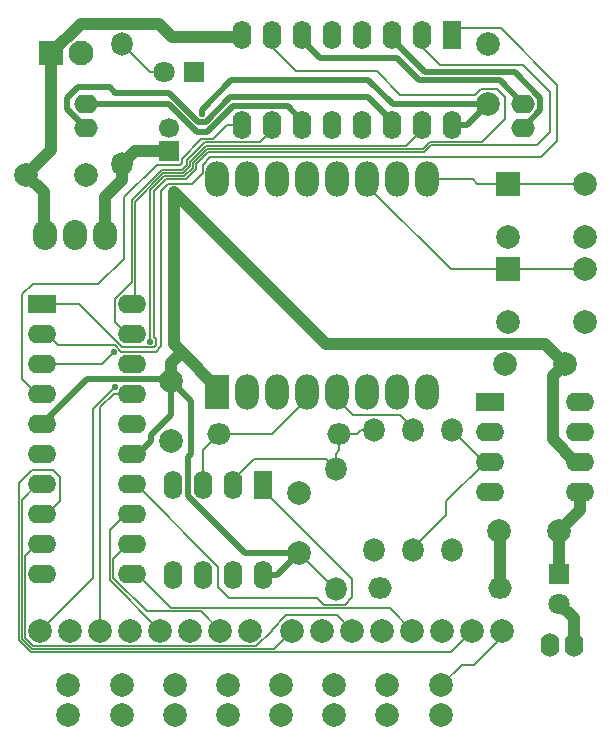
<source format=gtl>
G04 #@! TF.GenerationSoftware,KiCad,Pcbnew,7.0.11-7.0.11~ubuntu22.04.1*
G04 #@! TF.CreationDate,2025-03-19T11:11:55+01:00*
G04 #@! TF.ProjectId,dancebots-pcb,64616e63-6562-46f7-9473-2d7063622e6b,v8.3*
G04 #@! TF.SameCoordinates,Original*
G04 #@! TF.FileFunction,Copper,L1,Top*
G04 #@! TF.FilePolarity,Positive*
%FSLAX46Y46*%
G04 Gerber Fmt 4.6, Leading zero omitted, Abs format (unit mm)*
G04 Created by KiCad (PCBNEW 7.0.11-7.0.11~ubuntu22.04.1) date 2025-03-19 11:11:55*
%MOMM*%
%LPD*%
G01*
G04 APERTURE LIST*
G04 #@! TA.AperFunction,ComponentPad*
%ADD10C,2.000000*%
G04 #@! TD*
G04 #@! TA.AperFunction,ComponentPad*
%ADD11R,1.700000X1.700000*%
G04 #@! TD*
G04 #@! TA.AperFunction,ComponentPad*
%ADD12C,1.700000*%
G04 #@! TD*
G04 #@! TA.AperFunction,ComponentPad*
%ADD13R,1.800000X1.800000*%
G04 #@! TD*
G04 #@! TA.AperFunction,ComponentPad*
%ADD14C,1.800000*%
G04 #@! TD*
G04 #@! TA.AperFunction,ComponentPad*
%ADD15R,2.000000X2.000000*%
G04 #@! TD*
G04 #@! TA.AperFunction,ComponentPad*
%ADD16C,2.100000*%
G04 #@! TD*
G04 #@! TA.AperFunction,ComponentPad*
%ADD17O,2.000000X1.600000*%
G04 #@! TD*
G04 #@! TA.AperFunction,ComponentPad*
%ADD18O,1.600000X2.000000*%
G04 #@! TD*
G04 #@! TA.AperFunction,ComponentPad*
%ADD19O,1.800000X2.000000*%
G04 #@! TD*
G04 #@! TA.AperFunction,ComponentPad*
%ADD20O,2.000000X1.800000*%
G04 #@! TD*
G04 #@! TA.AperFunction,ComponentPad*
%ADD21O,2.032000X2.540000*%
G04 #@! TD*
G04 #@! TA.AperFunction,ComponentPad*
%ADD22R,1.600000X2.400000*%
G04 #@! TD*
G04 #@! TA.AperFunction,ComponentPad*
%ADD23O,1.600000X2.400000*%
G04 #@! TD*
G04 #@! TA.AperFunction,ComponentPad*
%ADD24R,2.400000X1.600000*%
G04 #@! TD*
G04 #@! TA.AperFunction,ComponentPad*
%ADD25O,2.400000X1.600000*%
G04 #@! TD*
G04 #@! TA.AperFunction,ComponentPad*
%ADD26R,2.000000X3.000000*%
G04 #@! TD*
G04 #@! TA.AperFunction,ComponentPad*
%ADD27O,2.000000X3.000000*%
G04 #@! TD*
G04 #@! TA.AperFunction,ViaPad*
%ADD28C,0.560000*%
G04 #@! TD*
G04 #@! TA.AperFunction,Conductor*
%ADD29C,1.000000*%
G04 #@! TD*
G04 #@! TA.AperFunction,Conductor*
%ADD30C,0.500000*%
G04 #@! TD*
G04 #@! TA.AperFunction,Conductor*
%ADD31C,0.127000*%
G04 #@! TD*
G04 APERTURE END LIST*
D10*
X101435000Y-102500000D03*
X106515000Y-102500000D03*
D11*
X113500000Y-100500000D03*
D12*
X113500000Y-98500000D03*
D10*
X140500000Y-91460000D03*
X140500000Y-96540000D03*
X113700000Y-125040000D03*
X113700000Y-119960000D03*
X141960000Y-118500000D03*
X147040000Y-118500000D03*
X141485000Y-132625000D03*
X146565000Y-132625000D03*
D13*
X146550000Y-136300000D03*
D14*
X146550000Y-138800000D03*
D10*
X124500000Y-134540000D03*
X124500000Y-129460000D03*
D13*
X115600000Y-93800000D03*
D14*
X113060000Y-93800000D03*
D15*
X103530000Y-92200000D03*
D16*
X106070000Y-92200000D03*
D17*
X106500000Y-98500000D03*
X106500000Y-96500000D03*
X143500000Y-96500000D03*
X143500000Y-98500000D03*
D18*
X147800000Y-142325000D03*
X145800000Y-142325000D03*
D10*
X105000000Y-148270000D03*
X105000000Y-145730000D03*
X109500000Y-148270000D03*
X109500000Y-145730000D03*
X114000000Y-148270000D03*
X114000000Y-145730000D03*
X118500000Y-148270000D03*
X118500000Y-145730000D03*
X123000000Y-148270000D03*
X123000000Y-145730000D03*
X127500000Y-148270000D03*
X127500000Y-145730000D03*
X132000000Y-148270000D03*
X132000000Y-145730000D03*
X136500000Y-148270000D03*
X136500000Y-145730000D03*
D19*
X109500000Y-101600000D03*
X109500000Y-91440000D03*
D20*
X131400000Y-137500000D03*
X141560000Y-137500000D03*
X127900000Y-124450000D03*
X117740000Y-124450000D03*
D10*
X102600000Y-141100000D03*
X105140000Y-141100000D03*
X107680000Y-141100000D03*
X110220000Y-141100000D03*
X112760000Y-141100000D03*
X115300000Y-141100000D03*
X117840000Y-141100000D03*
X120380000Y-141100000D03*
X123950000Y-141100000D03*
X126490000Y-141100000D03*
X129030000Y-141100000D03*
X131570000Y-141100000D03*
X134110000Y-141100000D03*
X136650000Y-141100000D03*
X139190000Y-141100000D03*
X141730000Y-141100000D03*
D21*
X102985000Y-107585000D03*
X105525000Y-107585000D03*
X108065000Y-107585000D03*
D22*
X137500000Y-90675000D03*
D23*
X134960000Y-90675000D03*
X132420000Y-90675000D03*
X129880000Y-90675000D03*
X127340000Y-90675000D03*
X124800000Y-90675000D03*
X122260000Y-90675000D03*
X119720000Y-90675000D03*
X119720000Y-98295000D03*
X122260000Y-98295000D03*
X124800000Y-98295000D03*
X127340000Y-98295000D03*
X129880000Y-98295000D03*
X132420000Y-98295000D03*
X134960000Y-98295000D03*
X137500000Y-98295000D03*
D24*
X102775000Y-113450000D03*
D25*
X102775000Y-115990000D03*
X102775000Y-118530000D03*
X102775000Y-121070000D03*
X102775000Y-123610000D03*
X102775000Y-126150000D03*
X102775000Y-128690000D03*
X102775000Y-131230000D03*
X102775000Y-133770000D03*
X102775000Y-136310000D03*
X110395000Y-136310000D03*
X110395000Y-133770000D03*
X110395000Y-131230000D03*
X110395000Y-128690000D03*
X110395000Y-126150000D03*
X110395000Y-123610000D03*
X110395000Y-121070000D03*
X110395000Y-118530000D03*
X110395000Y-115990000D03*
X110395000Y-113450000D03*
D24*
X140675000Y-121700000D03*
D25*
X140675000Y-124240000D03*
X140675000Y-126780000D03*
X140675000Y-129320000D03*
X148295000Y-129320000D03*
X148295000Y-126780000D03*
X148295000Y-124240000D03*
X148295000Y-121700000D03*
D22*
X121475000Y-128725000D03*
D23*
X118935000Y-128725000D03*
X116395000Y-128725000D03*
X113855000Y-128725000D03*
X113855000Y-136345000D03*
X116395000Y-136345000D03*
X118935000Y-136345000D03*
X121475000Y-136345000D03*
D26*
X117610000Y-120917000D03*
D27*
X120150000Y-120917000D03*
X122690000Y-120917000D03*
X125230000Y-120917000D03*
X127770000Y-120917000D03*
X130310000Y-120917000D03*
X132850000Y-120917000D03*
X135390000Y-120917000D03*
X135390000Y-102883000D03*
X132850000Y-102883000D03*
X130310000Y-102883000D03*
X127770000Y-102883000D03*
X125230000Y-102883000D03*
X122690000Y-102883000D03*
X120150000Y-102883000D03*
X117610000Y-102883000D03*
D19*
X134200000Y-134300000D03*
X134200000Y-124140000D03*
X137500000Y-134300000D03*
X137500000Y-124140000D03*
X127625000Y-127425000D03*
X127625000Y-137585000D03*
X130900000Y-134300000D03*
X130900000Y-124140000D03*
D15*
X142250000Y-110500000D03*
D10*
X148750000Y-110500000D03*
X142250000Y-115000000D03*
X148750000Y-115000000D03*
D15*
X142250000Y-103250000D03*
D10*
X148750000Y-103250000D03*
X142250000Y-107750000D03*
X148750000Y-107750000D03*
D28*
X116303499Y-97343500D03*
X113910000Y-103940000D03*
X108900000Y-120500000D03*
X108850000Y-117520000D03*
X111920159Y-116630000D03*
D29*
X101435000Y-102500000D02*
X102900000Y-103965000D01*
X112700000Y-89700000D02*
X113800000Y-90800000D01*
X102900000Y-103965000D02*
X102900000Y-107500000D01*
X106030000Y-89700000D02*
X112700000Y-89700000D01*
X103530000Y-92200000D02*
X103530000Y-100405000D01*
X103530000Y-92200000D02*
X106030000Y-89700000D01*
X103530000Y-100405000D02*
X101435000Y-102500000D01*
X113800000Y-90800000D02*
X119595000Y-90800000D01*
D30*
X130400000Y-94500000D02*
X118800000Y-94500000D01*
X102775000Y-123610000D02*
X106565000Y-119820000D01*
X118800000Y-94500000D02*
X116303499Y-96996501D01*
D29*
X147040000Y-118500000D02*
X145340000Y-116800000D01*
D30*
X119940000Y-134540000D02*
X115105000Y-129705000D01*
X116303499Y-96996501D02*
X116303499Y-97343500D01*
X115105000Y-126395000D02*
X115400000Y-126100000D01*
X124500000Y-134540000D02*
X119940000Y-134540000D01*
X132440000Y-96540000D02*
X130400000Y-94500000D01*
D29*
X145340000Y-116800000D02*
X126770000Y-116800000D01*
D30*
X122695000Y-136345000D02*
X121475000Y-136345000D01*
D29*
X110600000Y-100500000D02*
X113500000Y-100500000D01*
D30*
X115400000Y-121660000D02*
X113740000Y-120000000D01*
X112000000Y-125000000D02*
X110850000Y-126150000D01*
X140500000Y-96540000D02*
X132440000Y-96540000D01*
X112000000Y-124545000D02*
X112000000Y-125000000D01*
X124500000Y-134540000D02*
X122695000Y-136345000D01*
D29*
X113910000Y-116817000D02*
X113910000Y-103940000D01*
D30*
X106565000Y-119820000D02*
X113520000Y-119820000D01*
X138705000Y-98295000D02*
X137500000Y-98295000D01*
D29*
X147040000Y-118500000D02*
X146000000Y-119540000D01*
X109500000Y-101600000D02*
X109500000Y-102900000D01*
D30*
X115400000Y-126100000D02*
X115400000Y-121660000D01*
X113700000Y-122845000D02*
X112000000Y-124545000D01*
D29*
X108065000Y-104335000D02*
X108065000Y-107585000D01*
X146000000Y-124900000D02*
X147880000Y-126780000D01*
D30*
X140255000Y-96745000D02*
X138705000Y-98295000D01*
D29*
X109500000Y-102900000D02*
X108065000Y-104335000D01*
X146000000Y-119540000D02*
X146000000Y-124900000D01*
X114600000Y-117507000D02*
X113700000Y-118407000D01*
X126770000Y-116800000D02*
X113910000Y-103940000D01*
D30*
X113700000Y-120000000D02*
X113700000Y-122845000D01*
D29*
X113700000Y-118407000D02*
X113700000Y-120000000D01*
D30*
X115105000Y-129705000D02*
X115105000Y-126395000D01*
D31*
X127545000Y-137585000D02*
X124500000Y-134540000D01*
D29*
X114600000Y-117507000D02*
X113910000Y-116817000D01*
X117610000Y-120517000D02*
X114600000Y-117507000D01*
X109500000Y-101600000D02*
X110600000Y-100500000D01*
D31*
X111860000Y-93800000D02*
X109500000Y-91440000D01*
X113060000Y-93800000D02*
X111860000Y-93800000D01*
D30*
X123545000Y-96645000D02*
X118955000Y-96645000D01*
X113500000Y-96500000D02*
X106500000Y-96500000D01*
X118955000Y-96645000D02*
X116700000Y-98900000D01*
X124800000Y-97900000D02*
X123545000Y-96645000D01*
X116700000Y-98900000D02*
X115900000Y-98900000D01*
X115900000Y-98900000D02*
X113500000Y-96500000D01*
X108939945Y-95539945D02*
X108500000Y-95100000D01*
X116606997Y-98000000D02*
X116000000Y-98000000D01*
X130400000Y-95900000D02*
X118706997Y-95900000D01*
X132420000Y-97920000D02*
X130400000Y-95900000D01*
X104900000Y-96000000D02*
X104900000Y-96900000D01*
X118706997Y-95900000D02*
X116606997Y-98000000D01*
X113539945Y-95539945D02*
X108939945Y-95539945D01*
X104900000Y-96900000D02*
X106500000Y-98500000D01*
X108500000Y-95100000D02*
X105800000Y-95100000D01*
X116000000Y-98000000D02*
X113539945Y-95539945D01*
X105800000Y-95100000D02*
X104900000Y-96000000D01*
X132420000Y-91020000D02*
X135200000Y-93800000D01*
X142767767Y-93800000D02*
X144950000Y-95982233D01*
X144950000Y-97050000D02*
X143500000Y-98500000D01*
X135200000Y-93800000D02*
X142767767Y-93800000D01*
X144950000Y-95982233D02*
X144950000Y-97050000D01*
X126300000Y-92600000D02*
X124800000Y-91100000D01*
X143500000Y-96500000D02*
X141500000Y-94500000D01*
X134700000Y-94500000D02*
X132800000Y-92600000D01*
X141500000Y-94500000D02*
X134700000Y-94500000D01*
X132800000Y-92600000D02*
X126300000Y-92600000D01*
D31*
X133060000Y-122800000D02*
X134200000Y-123940000D01*
X127770000Y-121470000D02*
X129100000Y-122800000D01*
X129100000Y-122800000D02*
X133060000Y-122800000D01*
X122250000Y-124450000D02*
X125230000Y-121470000D01*
X117740000Y-124450000D02*
X122250000Y-124450000D01*
X116395000Y-125795000D02*
X117740000Y-124450000D01*
X116395000Y-128725000D02*
X116395000Y-125795000D01*
X139330000Y-144000000D02*
X138300000Y-144000000D01*
X141730000Y-141600000D02*
X139330000Y-144000000D01*
X138300000Y-144000000D02*
X136570000Y-145730000D01*
X107100000Y-136600000D02*
X107100000Y-122300000D01*
X107100000Y-122300000D02*
X108900000Y-120500000D01*
X102600000Y-141100000D02*
X107100000Y-136600000D01*
X107705000Y-122195000D02*
X108830000Y-121070000D01*
X108830000Y-121070000D02*
X110395000Y-121070000D01*
X107705000Y-141575000D02*
X107705000Y-122195000D01*
X109870000Y-131230000D02*
X108496499Y-132603501D01*
X108496499Y-136836499D02*
X112760000Y-141100000D01*
X108496499Y-132603501D02*
X108496499Y-136836499D01*
X111612005Y-139453501D02*
X116193501Y-139453501D01*
X108750000Y-136591496D02*
X111612005Y-139453501D01*
X116193501Y-139453501D02*
X117840000Y-141100000D01*
X110012500Y-133770000D02*
X108750000Y-135032500D01*
X108750000Y-135032500D02*
X108750000Y-136591496D01*
X123950000Y-141100000D02*
X122403501Y-142646499D01*
X101053501Y-130011499D02*
X102375000Y-128690000D01*
X101905003Y-142646499D02*
X101053501Y-141794997D01*
X101053501Y-141794997D02*
X101053501Y-130011499D01*
X122403501Y-142646499D02*
X101905003Y-142646499D01*
X101307002Y-134792998D02*
X102330000Y-133770000D01*
X101307002Y-141689994D02*
X101307002Y-134792998D01*
X122200000Y-141000000D02*
X122200000Y-141100000D01*
X122200000Y-141100000D02*
X120907002Y-142392998D01*
X120907002Y-142392998D02*
X102010006Y-142392998D01*
X129030000Y-141100000D02*
X127730000Y-139800000D01*
X102010006Y-142392998D02*
X101307002Y-141689994D01*
X123400000Y-139800000D02*
X122200000Y-141000000D01*
X127730000Y-139800000D02*
X123400000Y-139800000D01*
X132210000Y-139200000D02*
X113692500Y-139200000D01*
X113692500Y-139200000D02*
X110802500Y-136310000D01*
X134110000Y-141100000D02*
X132210000Y-139200000D01*
X100800000Y-128600000D02*
X101900000Y-127500000D01*
X101800000Y-142900000D02*
X100800000Y-141900000D01*
X103700000Y-127500000D02*
X104300000Y-128100000D01*
X104300000Y-128100000D02*
X104300000Y-130100000D01*
X101900000Y-127500000D02*
X103700000Y-127500000D01*
X104300000Y-130100000D02*
X103170000Y-131230000D01*
X100800000Y-141900000D02*
X100800000Y-128600000D01*
X139190000Y-141100000D02*
X137390000Y-142900000D01*
X137390000Y-142900000D02*
X101800000Y-142900000D01*
X141600000Y-90100000D02*
X138075000Y-90100000D01*
X112850000Y-103867008D02*
X113467008Y-103250000D01*
X116346500Y-101653500D02*
X117000000Y-101000000D01*
X146400000Y-94900000D02*
X141600000Y-90100000D01*
X145000000Y-101000000D02*
X146400000Y-99600000D01*
X112411245Y-117466500D02*
X112850000Y-117027744D01*
X108919430Y-116900000D02*
X109485930Y-117466500D01*
X103175000Y-115990000D02*
X104085000Y-116900000D01*
X104085000Y-116900000D02*
X108919430Y-116900000D01*
X112850000Y-117027744D02*
X112850000Y-103867008D01*
X116346500Y-102383348D02*
X116346500Y-101653500D01*
X109485930Y-117466500D02*
X112411245Y-117466500D01*
X115479848Y-103250000D02*
X116346500Y-102383348D01*
X113467008Y-103250000D02*
X115479848Y-103250000D01*
X146400000Y-99600000D02*
X146400000Y-94900000D01*
X117000000Y-101000000D02*
X145000000Y-101000000D01*
X117195003Y-99504997D02*
X116236500Y-99504997D01*
X107539244Y-111760756D02*
X101962244Y-111760756D01*
X109700000Y-104400000D02*
X109700000Y-109600000D01*
X114613500Y-101466500D02*
X114440000Y-101640000D01*
X114613500Y-101127997D02*
X114613500Y-101466500D01*
X109700000Y-109600000D02*
X107539244Y-111760756D01*
X101100000Y-112623000D02*
X101100000Y-119795000D01*
X112460000Y-101640000D02*
X109700000Y-104400000D01*
X101100000Y-119795000D02*
X102375000Y-121070000D01*
X119720000Y-98295000D02*
X118405000Y-98295000D01*
X116236500Y-99504997D02*
X114613500Y-101127997D01*
X101962244Y-111760756D02*
X101100000Y-112623000D01*
X114440000Y-101640000D02*
X112460000Y-101640000D01*
X118405000Y-98295000D02*
X117195003Y-99504997D01*
X113215000Y-102885000D02*
X114915000Y-102885000D01*
X112200000Y-117100000D02*
X112400000Y-116900000D01*
X115790503Y-102009497D02*
X115790503Y-101609497D01*
X145800000Y-95500000D02*
X143500000Y-93200000D01*
X114915000Y-102885000D02*
X115790503Y-102009497D01*
X135100000Y-100600000D02*
X135687999Y-100012001D01*
X109558504Y-117100000D02*
X112200000Y-117100000D01*
X136485000Y-93200000D02*
X134960000Y-91675000D01*
X112400000Y-116400000D02*
X112200000Y-116200000D01*
X112200000Y-116200000D02*
X112200000Y-103900000D01*
X135687999Y-100012001D02*
X144687999Y-100012001D01*
X143500000Y-93200000D02*
X136485000Y-93200000D01*
X115790503Y-101609497D02*
X116800000Y-100600000D01*
X105908504Y-113450000D02*
X109558504Y-117100000D01*
X112200000Y-103900000D02*
X113215000Y-102885000D01*
X144687999Y-100012001D02*
X145800000Y-98900000D01*
X112400000Y-116900000D02*
X112400000Y-116400000D01*
X102775000Y-113450000D02*
X105908504Y-113450000D01*
X116800000Y-100600000D02*
X135100000Y-100600000D01*
X145800000Y-98900000D02*
X145800000Y-95500000D01*
X115030000Y-101270000D02*
X116541500Y-99758500D01*
X108931500Y-113009484D02*
X110358507Y-111582477D01*
X108931500Y-114926500D02*
X108931500Y-113009484D01*
X109995000Y-115990000D02*
X108931500Y-114926500D01*
X121196500Y-99758500D02*
X122260000Y-98695000D01*
X110358507Y-111582477D02*
X110358507Y-104665980D01*
X110358507Y-104665980D02*
X112904487Y-102120000D01*
X116541500Y-99758500D02*
X121196500Y-99758500D01*
X112904487Y-102120000D02*
X114590000Y-102120000D01*
X115030000Y-101680000D02*
X115030000Y-101270000D01*
X114590000Y-102120000D02*
X115030000Y-101680000D01*
X114801498Y-102629997D02*
X113111499Y-102629997D01*
X135582995Y-99758500D02*
X135041495Y-100300000D01*
X142000000Y-97800000D02*
X140041500Y-99758500D01*
X141300000Y-95200000D02*
X142000000Y-95900000D01*
X124285000Y-93700000D02*
X131100000Y-93700000D01*
X115537002Y-101480712D02*
X115537002Y-101894493D01*
X139400000Y-95700000D02*
X139900000Y-95200000D01*
X142000000Y-95900000D02*
X142000000Y-97800000D01*
X140041500Y-99758500D02*
X135582995Y-99758500D01*
X135041495Y-100300000D02*
X116717714Y-100300000D01*
X107840000Y-118530000D02*
X108850000Y-117520000D01*
X122260000Y-91675000D02*
X124285000Y-93700000D01*
X102775000Y-118530000D02*
X107840000Y-118530000D01*
X113111499Y-102629997D02*
X111920159Y-103821337D01*
X133100000Y-95700000D02*
X139400000Y-95700000D01*
X131100000Y-93700000D02*
X133100000Y-95700000D01*
X115537002Y-101894493D02*
X114801498Y-102629997D01*
X116717714Y-100300000D02*
X115537002Y-101480712D01*
X139900000Y-95200000D02*
X141300000Y-95200000D01*
X111920159Y-103821337D02*
X111920159Y-116630000D01*
X116612711Y-100046499D02*
X133608501Y-100046499D01*
X113009491Y-102373501D02*
X114699490Y-102373501D01*
X110612008Y-113232992D02*
X110612008Y-104770984D01*
X133608501Y-100046499D02*
X134960000Y-98695000D01*
X115283501Y-101375708D02*
X116612711Y-100046499D01*
X114699490Y-102373501D02*
X115283501Y-101789490D01*
X110612008Y-104770984D02*
X113009491Y-102373501D01*
X115283501Y-101789490D02*
X115283501Y-101375708D01*
X121475000Y-129175000D02*
X129025000Y-136725000D01*
X117700000Y-135700000D02*
X110690000Y-128690000D01*
X129025000Y-138275000D02*
X128400000Y-138900000D01*
X129025000Y-136725000D02*
X129025000Y-138275000D01*
X126000000Y-138300000D02*
X118600000Y-138300000D01*
X118600000Y-138300000D02*
X117700000Y-137400000D01*
X117700000Y-137400000D02*
X117700000Y-135700000D01*
X128400000Y-138900000D02*
X126600000Y-138900000D01*
X126600000Y-138900000D02*
X126000000Y-138300000D01*
X127625000Y-127425000D02*
X126800000Y-126600000D01*
X120700000Y-126600000D02*
X118935000Y-128365000D01*
X129450000Y-124450000D02*
X127900000Y-124450000D01*
X129760000Y-124140000D02*
X129450000Y-124450000D01*
X130900000Y-124140000D02*
X129760000Y-124140000D01*
X127900000Y-125825000D02*
X127900000Y-124450000D01*
X127625000Y-127425000D02*
X127625000Y-126100000D01*
X126800000Y-126600000D02*
X120700000Y-126600000D01*
X127625000Y-126100000D02*
X127900000Y-125825000D01*
X137835000Y-124475000D02*
X140140000Y-126780000D01*
X137500000Y-124140000D02*
X140140000Y-126780000D01*
X140140000Y-126780000D02*
X140675000Y-126780000D01*
X137000000Y-130100000D02*
X140320000Y-126780000D01*
X137835000Y-124335000D02*
X137835000Y-124475000D01*
X140320000Y-126780000D02*
X140675000Y-126780000D01*
X137000000Y-131300000D02*
X137000000Y-130100000D01*
X134200000Y-134100000D02*
X137000000Y-131300000D01*
X139584000Y-103250000D02*
X148750000Y-103250000D01*
X135390000Y-102883000D02*
X139217000Y-102883000D01*
X139217000Y-102883000D02*
X139584000Y-103250000D01*
X137400000Y-110500000D02*
X130310000Y-103410000D01*
X148750000Y-110500000D02*
X137400000Y-110500000D01*
D29*
X141560000Y-137500000D02*
X141560000Y-132700000D01*
X146565000Y-132625000D02*
X146565000Y-136285000D01*
X148295000Y-130895000D02*
X146565000Y-132625000D01*
X148295000Y-129320000D02*
X148295000Y-130895000D01*
X146550000Y-138800000D02*
X147800000Y-140050000D01*
X147800000Y-140050000D02*
X147800000Y-142325000D01*
M02*

</source>
